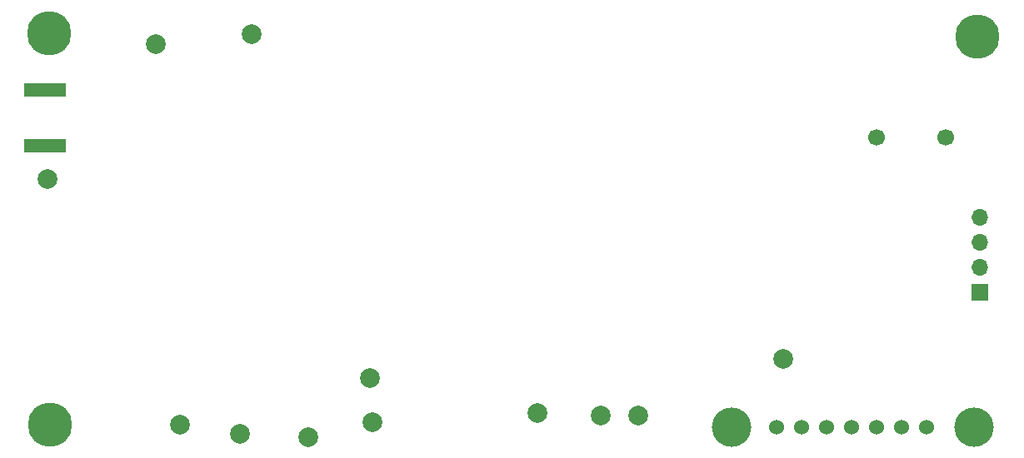
<source format=gbs>
%TF.GenerationSoftware,KiCad,Pcbnew,8.0.1*%
%TF.CreationDate,2024-04-06T07:23:05-07:00*%
%TF.ProjectId,kiss_sdr_r2,6b697373-5f73-4647-925f-72322e6b6963,rev?*%
%TF.SameCoordinates,Original*%
%TF.FileFunction,Soldermask,Bot*%
%TF.FilePolarity,Negative*%
%FSLAX46Y46*%
G04 Gerber Fmt 4.6, Leading zero omitted, Abs format (unit mm)*
G04 Created by KiCad (PCBNEW 8.0.1) date 2024-04-06 07:23:05*
%MOMM*%
%LPD*%
G01*
G04 APERTURE LIST*
%ADD10R,4.200000X1.350000*%
%ADD11C,2.000000*%
%ADD12C,1.524000*%
%ADD13C,4.000000*%
%ADD14R,1.700000X1.700000*%
%ADD15O,1.700000X1.700000*%
%ADD16C,4.500000*%
%ADD17C,1.700000*%
G04 APERTURE END LIST*
D10*
%TO.C,J2*%
X84276800Y-85000000D03*
X84276800Y-90650000D03*
%TD*%
D11*
%TO.C,sig4*%
X117526800Y-118825000D03*
%TD*%
%TO.C,CLK1*%
X134276800Y-117825000D03*
%TD*%
%TO.C,sig2*%
X95526800Y-80325000D03*
%TD*%
D12*
%TO.C,U6*%
X173856800Y-119325000D03*
X171316800Y-119325000D03*
X168776800Y-119325000D03*
X166236800Y-119325000D03*
X163696800Y-119325000D03*
X161156800Y-119325000D03*
X158616800Y-119325000D03*
D13*
X178682800Y-119325000D03*
X154044800Y-119325000D03*
%TD*%
D14*
%TO.C,J1*%
X179276800Y-105575000D03*
D15*
X179276800Y-103035000D03*
X179276800Y-100495000D03*
X179276800Y-97955000D03*
%TD*%
D11*
%TO.C,sig3*%
X117276800Y-114325000D03*
%TD*%
%TO.C,GND2*%
X111026800Y-120325000D03*
%TD*%
%TO.C,GND3*%
X98026800Y-119075000D03*
%TD*%
D16*
%TO.C,H2*%
X84672400Y-79221200D03*
%TD*%
D11*
%TO.C,+5V1*%
X159276800Y-112325000D03*
%TD*%
%TO.C,Q_CLK1*%
X144586600Y-118075000D03*
%TD*%
D16*
%TO.C,H3*%
X179026800Y-79575000D03*
%TD*%
%TO.C,H4*%
X84776800Y-119075000D03*
%TD*%
D11*
%TO.C,GND1*%
X104062600Y-119939800D03*
%TD*%
D17*
%TO.C,J4*%
X175776800Y-89825000D03*
X168776800Y-89825000D03*
%TD*%
D11*
%TO.C,sig5*%
X105276800Y-79325000D03*
%TD*%
%TO.C,sig1*%
X84526800Y-94075000D03*
%TD*%
%TO.C,I_CLK1*%
X140776800Y-118075000D03*
%TD*%
M02*

</source>
